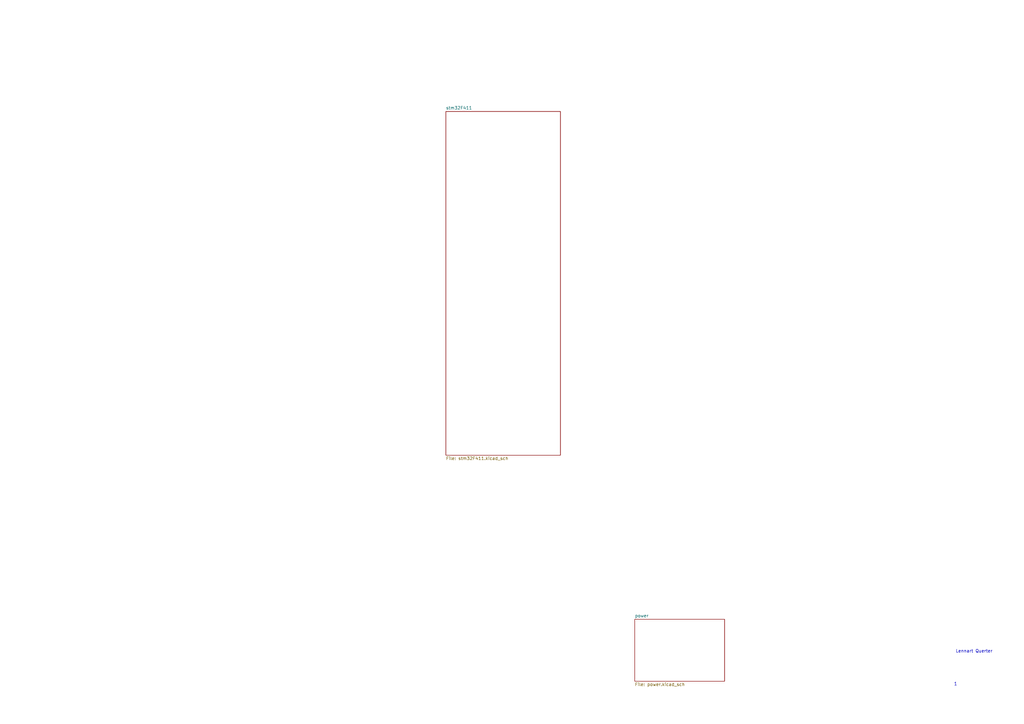
<source format=kicad_sch>
(kicad_sch
	(version 20231120)
	(generator "eeschema")
	(generator_version "8.0")
	(uuid "ffcc7acb-943e-4c85-833d-d9691a289ebb")
	(paper "A3")
	(lib_symbols)
	(text "Lennart Querter"
		(exclude_from_sim no)
		(at 399.542 267.208 0)
		(effects
			(font
				(size 1.27 1.27)
			)
		)
		(uuid "deb10ed6-c3a8-4b31-bb74-80bb683850a4")
	)
	(text "1"
		(exclude_from_sim no)
		(at 391.922 280.67 0)
		(effects
			(font
				(size 1.27 1.27)
			)
		)
		(uuid "f22c1a81-08ba-4e01-8281-d5ef810c90f0")
	)
	(sheet
		(at 182.88 45.72)
		(size 46.99 140.97)
		(fields_autoplaced yes)
		(stroke
			(width 0.1524)
			(type solid)
		)
		(fill
			(color 0 0 0 0.0000)
		)
		(uuid "2e1c7457-0977-4463-9122-b3cbc6d00e90")
		(property "Sheetname" "stm32F411"
			(at 182.88 45.0084 0)
			(effects
				(font
					(size 1.27 1.27)
				)
				(justify left bottom)
			)
		)
		(property "Sheetfile" "stm32F411.kicad_sch"
			(at 182.88 187.2746 0)
			(effects
				(font
					(size 1.27 1.27)
				)
				(justify left top)
			)
		)
		(instances
			(project "Synth_Module"
				(path "/ffcc7acb-943e-4c85-833d-d9691a289ebb"
					(page "3")
				)
			)
		)
	)
	(sheet
		(at 260.35 254)
		(size 36.83 25.4)
		(fields_autoplaced yes)
		(stroke
			(width 0.1524)
			(type solid)
		)
		(fill
			(color 0 0 0 0.0000)
		)
		(uuid "54d32c30-b3b9-41ee-adcb-16176a785411")
		(property "Sheetname" "power"
			(at 260.35 253.2884 0)
			(effects
				(font
					(size 1.27 1.27)
				)
				(justify left bottom)
			)
		)
		(property "Sheetfile" "power.kicad_sch"
			(at 260.35 279.9846 0)
			(effects
				(font
					(size 1.27 1.27)
				)
				(justify left top)
			)
		)
		(instances
			(project "Synth_Module"
				(path "/ffcc7acb-943e-4c85-833d-d9691a289ebb"
					(page "2")
				)
			)
		)
	)
	(sheet_instances
		(path "/"
			(page "1")
		)
	)
)

</source>
